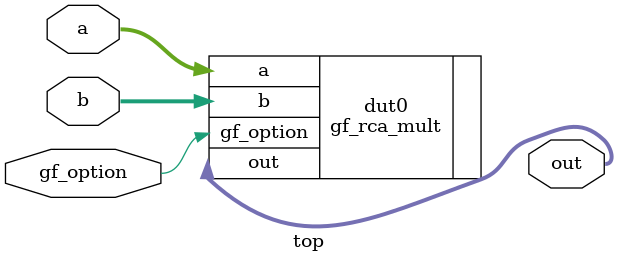
<source format=v>
module top #( parameter DATA_WIDTH = 32) (
    input gf_option,
    input [DATA_WIDTH-1:0] a,
    input [DATA_WIDTH-1:0] b,
    output [2*DATA_WIDTH-1:0] out
);

    gf_rca_mult #(DATA_WIDTH) dut0(
        .gf_option(gf_option),
        .a(a),
        .b(b),
        .out(out)
    );

endmodule
</source>
